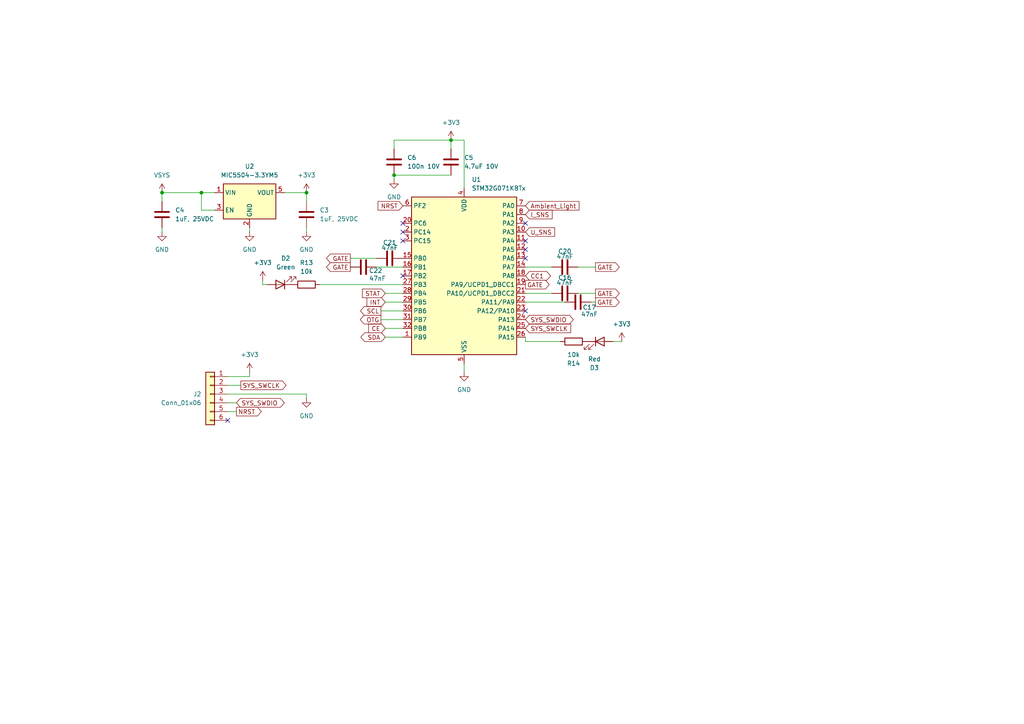
<source format=kicad_sch>
(kicad_sch (version 20231120) (generator "eeschema") (generator_version "8.0")
  (paper "A4")
  (lib_symbols
    (symbol "Connector_Generic:Conn_01x06" (pin_names (offset 1.016) hide)
      (property "Reference" "J" (at 0 7.62 0))
      (property "Value" "Conn_01x06" (at 0 -10.16 0))
      (symbol "Conn_01x06_1_1"
        (rectangle (start -1.27 -7.493) (end 0 -7.747) (stroke (width 0.1524)))
        (rectangle (start -1.27 -4.953) (end 0 -5.207) (stroke (width 0.1524)))
        (rectangle (start -1.27 -2.413) (end 0 -2.667) (stroke (width 0.1524)))
        (rectangle (start -1.27 0.127) (end 0 -0.127) (stroke (width 0.1524)))
        (rectangle (start -1.27 2.667) (end 0 2.413) (stroke (width 0.1524)))
        (rectangle (start -1.27 5.207) (end 0 4.953) (stroke (width 0.1524)))
        (rectangle (start -1.27 6.35) (end 1.27 -8.89) (stroke (width 0.254)) (fill (type background)))
        (pin passive line (at -5.08 5.08 0) (length 3.81) (name "Pin_1") (number "1"))
        (pin passive line (at -5.08 2.54 0) (length 3.81) (name "Pin_2") (number "2"))
        (pin passive line (at -5.08 0 0) (length 3.81) (name "Pin_3") (number "3"))
        (pin passive line (at -5.08 -2.54 0) (length 3.81) (name "Pin_4") (number "4"))
        (pin passive line (at -5.08 -5.08 0) (length 3.81) (name "Pin_5") (number "5"))
        (pin passive line (at -5.08 -7.62 0) (length 3.81) (name "Pin_6") (number "6"))
      )
    )
    (symbol "Device:C" (pin_numbers hide) (pin_names (offset 0.254))
      (property "Reference" "C" (at 0.635 2.54 0))
      (property "Value" "C" (at 0.635 -2.54 0))
      (symbol "C_0_1"
        (polyline (pts (xy -2.032 -0.762) (xy 2.032 -0.762)) (stroke (width 0.508)))
        (polyline (pts (xy -2.032 0.762) (xy 2.032 0.762)) (stroke (width 0.508)))
      )
      (symbol "C_1_1"
        (pin passive line (at 0 3.81 270) (length 2.794) (name "~") (number "1"))
        (pin passive line (at 0 -3.81 90) (length 2.794) (name "~") (number "2"))
      )
    )
    (symbol "Device:LED" (pin_numbers hide) (pin_names (offset 1.016) hide)
      (property "Reference" "D" (at 0 2.54 0))
      (property "Value" "LED" (at 0 -2.54 0))
      (symbol "LED_0_1"
        (polyline (pts (xy -1.27 -1.27) (xy -1.27 1.27)) (stroke (width 0.254)))
        (polyline (pts (xy -1.27 0) (xy 1.27 0)))
        (polyline (pts (xy 1.27 -1.27) (xy 1.27 1.27) (xy -1.27 0) (xy 1.27 -1.27)) (stroke (width 0.254)))
        (polyline (pts (xy -3.048 -0.762) (xy -4.572 -2.286) (xy -3.81 -2.286) (xy -4.572 -2.286) (xy -4.572 -1.524)))
        (polyline (pts (xy -1.778 -0.762) (xy -3.302 -2.286) (xy -2.54 -2.286) (xy -3.302 -2.286) (xy -3.302 -1.524)))
      )
      (symbol "LED_1_1"
        (pin passive line (at -3.81 0 0) (length 2.54) (name "K") (number "1"))
        (pin passive line (at 3.81 0 180) (length 2.54) (name "A") (number "2"))
      )
    )
    (symbol "Device:R" (pin_numbers hide) (pin_names (offset 0))
      (property "Reference" "R" (at 2.032 0 90))
      (property "Value" "R" (at 0 0 90))
      (symbol "R_0_1"
        (rectangle (start -1.016 -2.54) (end 1.016 2.54) (stroke (width 0.254)))
      )
      (symbol "R_1_1"
        (pin passive line (at 0 3.81 270) (length 1.27) (name "~") (number "1"))
        (pin passive line (at 0 -3.81 90) (length 1.27) (name "~") (number "2"))
      )
    )
    (symbol "MCU_ST_STM32G0:STM32G071KBTx"
      (property "Reference" "U" (at -15.24 24.13 0))
      (property "Value" "STM32G071KBTx" (at 2.54 24.13 0))
      (symbol "STM32G071KBTx_0_1"
        (rectangle (start -15.24 -22.86) (end 15.24 22.86) (stroke (width 0.254)) (fill (type background)))
      )
      (symbol "STM32G071KBTx_1_1"
        (pin bidirectional line (at -17.78 -17.78 0) (length 2.54) (name "PB9") (number "1"))
        (pin bidirectional line (at 17.78 12.7 180) (length 2.54) (name "PA3") (number "10"))
        (pin bidirectional line (at 17.78 10.16 180) (length 2.54) (name "PA4") (number "11"))
        (pin bidirectional line (at 17.78 7.62 180) (length 2.54) (name "PA5") (number "12"))
        (pin bidirectional line (at 17.78 5.08 180) (length 2.54) (name "PA6") (number "13"))
        (pin bidirectional line (at 17.78 2.54 180) (length 2.54) (name "PA7") (number "14"))
        (pin bidirectional line (at -17.78 5.08 0) (length 2.54) (name "PB0") (number "15"))
        (pin bidirectional line (at -17.78 2.54 0) (length 2.54) (name "PB1") (number "16"))
        (pin bidirectional line (at -17.78 0 0) (length 2.54) (name "PB2") (number "17"))
        (pin bidirectional line (at 17.78 0 180) (length 2.54) (name "PA8") (number "18"))
        (pin bidirectional line (at 17.78 -2.54 180) (length 2.54) (name "PA9/UCPD1_DBCC1") (number "19"))
        (pin bidirectional line (at -17.78 12.7 0) (length 2.54) (name "PC14") (number "2"))
        (pin bidirectional line (at -17.78 15.24 0) (length 2.54) (name "PC6") (number "20"))
        (pin bidirectional line (at 17.78 -5.08 180) (length 2.54) (name "PA10/UCPD1_DBCC2") (number "21"))
        (pin bidirectional line (at 17.78 -7.62 180) (length 2.54) (name "PA11/PA9") (number "22"))
        (pin bidirectional line (at 17.78 -10.16 180) (length 2.54) (name "PA12/PA10") (number "23"))
        (pin bidirectional line (at 17.78 -12.7 180) (length 2.54) (name "PA13") (number "24"))
        (pin bidirectional line (at 17.78 -15.24 180) (length 2.54) (name "PA14") (number "25"))
        (pin bidirectional line (at 17.78 -17.78 180) (length 2.54) (name "PA15") (number "26"))
        (pin bidirectional line (at -17.78 -2.54 0) (length 2.54) (name "PB3") (number "27"))
        (pin bidirectional line (at -17.78 -5.08 0) (length 2.54) (name "PB4") (number "28"))
        (pin bidirectional line (at -17.78 -7.62 0) (length 2.54) (name "PB5") (number "29"))
        (pin bidirectional line (at -17.78 10.16 0) (length 2.54) (name "PC15") (number "3"))
        (pin bidirectional line (at -17.78 -10.16 0) (length 2.54) (name "PB6") (number "30"))
        (pin bidirectional line (at -17.78 -12.7 0) (length 2.54) (name "PB7") (number "31"))
        (pin bidirectional line (at -17.78 -15.24 0) (length 2.54) (name "PB8") (number "32"))
        (pin power_in line (at 0 25.4 270) (length 2.54) (name "VDD") (number "4"))
        (pin power_in line (at 0 -25.4 90) (length 2.54) (name "VSS") (number "5"))
        (pin bidirectional line (at -17.78 20.32 0) (length 2.54) (name "PF2") (number "6"))
        (pin bidirectional line (at 17.78 20.32 180) (length 2.54) (name "PA0") (number "7"))
        (pin bidirectional line (at 17.78 17.78 180) (length 2.54) (name "PA1") (number "8"))
        (pin bidirectional line (at 17.78 15.24 180) (length 2.54) (name "PA2") (number "9"))
      )
    )
    (symbol "Regulator_Linear:MIC5504-3.3YM5"
      (property "Reference" "U" (at -7.62 8.89 0))
      (property "Value" "MIC5504-3.3YM5" (at -7.62 6.35 0))
      (symbol "MIC5504-3.3YM5_0_1"
        (rectangle (start -7.62 -5.08) (end 7.62 5.08) (stroke (width 0.254)) (fill (type background)))
      )
      (symbol "MIC5504-3.3YM5_1_1"
        (pin power_in line (at -10.16 2.54 0) (length 2.54) (name "VIN") (number "1"))
        (pin power_in line (at 0 -7.62 90) (length 2.54) (name "GND") (number "2"))
        (pin input line (at -10.16 -2.54 0) (length 2.54) (name "EN") (number "3"))
        (pin no_connect line (at 7.62 -2.54 180) (length 2.54) hide (name "NC") (number "4"))
        (pin power_out line (at 10.16 2.54 180) (length 2.54) (name "VOUT") (number "5"))
      )
    )
    (symbol "power:+3V3" (power) (pin_numbers hide) (pin_names (offset 0) hide)
      (property "Value" "+3V3" (at 0 3.556 0))
      (symbol "+3V3_0_1"
        (polyline (pts (xy -0.762 1.27) (xy 0 2.54)))
        (polyline (pts (xy 0 0) (xy 0 2.54)))
        (polyline (pts (xy 0 2.54) (xy 0.762 1.27)))
      )
      (symbol "+3V3_1_1"
        (pin power_in line (at 0 0 90) (length 0) (name "~") (number "1"))
      )
    )
    (symbol "power:+BATT" (power) (pin_numbers hide) (pin_names (offset 0) hide)
      (property "Value" "+BATT" (at 0 3.556 0))
      (symbol "+BATT_0_1"
        (polyline (pts (xy -0.762 1.27) (xy 0 2.54)))
        (polyline (pts (xy 0 0) (xy 0 2.54)))
        (polyline (pts (xy 0 2.54) (xy 0.762 1.27)))
      )
      (symbol "+BATT_1_1"
        (pin power_in line (at 0 0 90) (length 0) (name "~") (number "1"))
      )
    )
    (symbol "power:GND" (power) (pin_numbers hide) (pin_names (offset 0) hide)
      (property "Value" "GND" (at 0 -3.81 0))
      (symbol "GND_0_1"
        (polyline (pts (xy 0 0) (xy 0 -1.27) (xy 1.27 -1.27) (xy 0 -2.54) (xy -1.27 -1.27) (xy 0 -1.27)))
      )
      (symbol "GND_1_1"
        (pin power_in line (at 0 0 270) (length 0) (name "~") (number "1"))
      )
    )
  )
  (junction (at 58.42 55.88))
  (junction (at 130.81 40.64))
  (junction (at 114.3 50.8))
  (junction (at 46.99 55.88))
  (junction (at 88.9 55.88))
  (no_connect (at 152.4 90.17))
  (no_connect (at 152.4 74.93))
  (no_connect (at 66.04 121.92))
  (no_connect (at 116.84 67.31))
  (no_connect (at 152.4 72.39))
  (no_connect (at 116.84 80.01))
  (no_connect (at 116.84 69.85))
  (no_connect (at 152.4 64.77))
  (no_connect (at 152.4 69.85))
  (no_connect (at 116.84 64.77))
  (wire (pts (xy 152.4 77.47) (xy 160.02 77.47)))
  (wire (pts (xy 114.3 50.8) (xy 114.3 52.07)))
  (wire (pts (xy 76.2 82.55) (xy 77.47 82.55)))
  (wire (pts (xy 72.39 107.95) (xy 72.39 109.22)))
  (wire (pts (xy 134.62 54.61) (xy 134.62 40.64)))
  (wire (pts (xy 114.3 50.8) (xy 130.81 50.8)))
  (wire (pts (xy 134.62 105.41) (xy 134.62 107.95)))
  (wire (pts (xy 46.99 66.04) (xy 46.99 67.31)))
  (wire (pts (xy 58.42 55.88) (xy 62.23 55.88)))
  (wire (pts (xy 109.22 77.47) (xy 116.84 77.47)))
  (wire (pts (xy 46.99 58.42) (xy 46.99 55.88)))
  (wire (pts (xy 88.9 55.88) (xy 82.55 55.88)))
  (wire (pts (xy 111.76 97.79) (xy 116.84 97.79)))
  (wire (pts (xy 130.81 40.64) (xy 130.81 43.18)))
  (wire (pts (xy 58.42 60.96) (xy 62.23 60.96)))
  (wire (pts (xy 114.3 40.64) (xy 130.81 40.64)))
  (wire (pts (xy 111.76 85.09) (xy 116.84 85.09)))
  (wire (pts (xy 110.49 92.71) (xy 116.84 92.71)))
  (wire (pts (xy 88.9 58.42) (xy 88.9 55.88)))
  (wire (pts (xy 152.4 87.63) (xy 163.83 87.63)))
  (wire (pts (xy 72.39 66.04) (xy 72.39 67.31)))
  (wire (pts (xy 66.04 111.76) (xy 69.85 111.76)))
  (wire (pts (xy 76.2 81.28) (xy 76.2 82.55)))
  (wire (pts (xy 134.62 40.64) (xy 130.81 40.64)))
  (wire (pts (xy 88.9 114.3) (xy 88.9 115.57)))
  (wire (pts (xy 58.42 55.88) (xy 58.42 60.96)))
  (wire (pts (xy 162.56 99.06) (xy 152.4 99.06)))
  (wire (pts (xy 46.99 55.88) (xy 58.42 55.88)))
  (wire (pts (xy 111.76 87.63) (xy 116.84 87.63)))
  (wire (pts (xy 177.8 99.06) (xy 180.34 99.06)))
  (wire (pts (xy 66.04 119.38) (xy 68.58 119.38)))
  (wire (pts (xy 152.4 85.09) (xy 160.02 85.09)))
  (wire (pts (xy 101.6 74.93) (xy 109.22 74.93)))
  (wire (pts (xy 152.4 99.06) (xy 152.4 97.79)))
  (wire (pts (xy 110.49 90.17) (xy 116.84 90.17)))
  (wire (pts (xy 167.64 85.09) (xy 172.72 85.09)))
  (wire (pts (xy 114.3 43.18) (xy 114.3 40.64)))
  (wire (pts (xy 167.64 77.47) (xy 172.72 77.47)))
  (wire (pts (xy 88.9 66.04) (xy 88.9 67.31)))
  (wire (pts (xy 92.71 82.55) (xy 116.84 82.55)))
  (wire (pts (xy 66.04 109.22) (xy 72.39 109.22)))
  (wire (pts (xy 66.04 116.84) (xy 68.58 116.84)))
  (wire (pts (xy 171.45 87.63) (xy 172.72 87.63)))
  (wire (pts (xy 66.04 114.3) (xy 88.9 114.3)))
  (wire (pts (xy 111.76 95.25) (xy 116.84 95.25)))
  (global_label "CE" (shape input) (at 111.76 95.25 180) (property "Intersheetrefs" "${INTERSHEET_REFS}" (effects (hide yes))))
  (global_label "GATE" (shape output) (at 101.6 74.93 180) (property "Intersheetrefs" "${INTERSHEET_REFS}" (effects (hide yes))))
  (global_label "SYS_SWDIO" (shape bidirectional) (at 152.4 92.71 0) (property "Intersheetrefs" "${INTERSHEET_REFS}" (effects (hide yes))))
  (global_label "SDA" (shape bidirectional) (at 111.76 97.79 180) (property "Intersheetrefs" "${INTERSHEET_REFS}" (effects (hide yes))))
  (global_label "STAT" (shape input) (at 111.76 85.09 180) (property "Intersheetrefs" "${INTERSHEET_REFS}" (effects (hide yes))))
  (global_label "INT" (shape input) (at 111.76 87.63 180) (property "Intersheetrefs" "${INTERSHEET_REFS}" (effects (hide yes))))
  (global_label "SYS_SWCLK" (shape input) (at 152.4 95.25 0) (property "Intersheetrefs" "${INTERSHEET_REFS}" (effects (hide yes))))
  (global_label "CC1" (shape bidirectional) (at 152.4 80.01 0) (property "Intersheetrefs" "${INTERSHEET_REFS}" (effects (hide yes))))
  (global_label "Ambient_Light" (shape input) (at 152.4 59.69 0) (property "Intersheetrefs" "${INTERSHEET_REFS}" (effects (hide yes))))
  (global_label "NRST" (shape output) (at 68.58 119.38 0) (property "Intersheetrefs" "${INTERSHEET_REFS}" (effects (hide yes))))
  (global_label "SCL" (shape output) (at 110.49 90.17 180) (property "Intersheetrefs" "${INTERSHEET_REFS}" (effects (hide yes))))
  (global_label "U_SNS" (shape input) (at 152.4 67.31 0) (property "Intersheetrefs" "${INTERSHEET_REFS}" (effects (hide yes))))
  (global_label "SYS_SWCLK" (shape output) (at 69.85 111.76 0) (property "Intersheetrefs" "${INTERSHEET_REFS}" (effects (hide yes))))
  (global_label "GATE" (shape output) (at 172.72 77.47 0) (property "Intersheetrefs" "${INTERSHEET_REFS}" (effects (hide yes))))
  (global_label "I_SNS" (shape input) (at 152.4 62.23 0) (property "Intersheetrefs" "${INTERSHEET_REFS}" (effects (hide yes))))
  (global_label "SYS_SWDIO" (shape bidirectional) (at 68.58 116.84 0) (property "Intersheetrefs" "${INTERSHEET_REFS}" (effects (hide yes))))
  (global_label "GATE" (shape output) (at 152.4 82.55 0) (property "Intersheetrefs" "${INTERSHEET_REFS}" (effects (hide yes))))
  (global_label "GATE" (shape output) (at 172.72 87.63 0) (property "Intersheetrefs" "${INTERSHEET_REFS}" (effects (hide yes))))
  (global_label "NRST" (shape input) (at 116.84 59.69 180) (property "Intersheetrefs" "${INTERSHEET_REFS}" (effects (hide yes))))
  (global_label "GATE" (shape output) (at 172.72 85.09 0) (property "Intersheetrefs" "${INTERSHEET_REFS}" (effects (hide yes))))
  (global_label "GATE" (shape output) (at 101.6 77.47 180) (property "Intersheetrefs" "${INTERSHEET_REFS}" (effects (hide yes))))
  (global_label "OTG" (shape output) (at 110.49 92.71 180) (property "Intersheetrefs" "${INTERSHEET_REFS}" (effects (hide yes))))
  (symbol (lib_id "Connector_Generic:Conn_01x06") (at 60.96 114.3 0) (mirror y) (unit 1)
    (property "Reference" "J2" (at 58.42 114.2999 0) (effects (justify left)))
    (property "Value" "Conn_01x06" (at 58.42 116.8399 0) (effects (justify left)))
    (property "Footprint" "Connector_PinHeader_2.54mm:PinHeader_1x06_P2.54mm_Vertical" (effects (hide yes)))
    (property "Description" "Generic connector, single row, 01x06, script generated (kicad-library-utils/schlib/autogen/connector/)" (effects (hide yes)))
  )
  (symbol (lib_id "MCU_ST_STM32G0:STM32G071KBTx") (at 134.62 80.01 0) (unit 1)
    (property "Reference" "U1" (at 136.8141 52.07 0) (effects (justify left)))
    (property "Value" "STM32G071KBTx" (at 136.8141 54.61 0) (effects (justify left)))
    (property "Footprint" "Package_QFP:LQFP-32_7x7mm_P0.8mm" (effects (hide yes)))
    (property "Datasheet" "https://www.st.com/resource/en/datasheet/stm32g071kb.pdf" (effects (hide yes)))
    (property "Description" "STMicroelectronics Arm Cortex-M0+ MCU, 128KB flash, 36KB RAM, 64 MHz, 1.7-3.6V, 30 GPIO, LQFP32" (effects (hide yes)))
  )
  (symbol (lib_id "power:GND") (at 134.62 107.95 0) (unit 1)
    (property "Reference" "#PWR025" (effects (hide yes)))
    (property "Value" "GND" (at 134.62 113.03 0))
    (property "Description" "Power symbol creates a global label with name \"GND\" , ground" (effects (hide yes)))
  )
  (symbol (lib_id "power:GND") (at 46.99 67.31 0) (unit 1)
    (property "Reference" "#PWR028" (effects (hide yes)))
    (property "Value" "GND" (at 46.99 72.39 0))
    (property "Description" "Power symbol creates a global label with name \"GND\" , ground" (effects (hide yes)))
  )
  (symbol (lib_id "Device:C") (at 105.41 77.47 90) (unit 1)
    (property "Reference" "C22" (at 108.966 78.486 90))
    (property "Value" "47nF" (at 109.474 80.772 90))
    (property "Footprint" "Capacitor_SMD:C_0603_1608Metric_Pad1.08x0.95mm_HandSolder" (effects (hide yes)))
    (property "Description" "Unpolarized capacitor" (effects (hide yes)))
  )
  (symbol (lib_id "power:GND") (at 114.3 52.07 0) (unit 1)
    (property "Reference" "#PWR026" (effects (hide yes)))
    (property "Value" "GND" (at 114.3 57.15 0))
    (property "Description" "Power symbol creates a global label with name \"GND\" , ground" (effects (hide yes)))
  )
  (symbol (lib_id "Device:C") (at 46.99 62.23 0) (unit 1)
    (property "Reference" "C4" (at 50.8 60.9599 0) (effects (justify left)))
    (property "Value" "1uF, 25VDC" (at 50.8 63.4999 0) (effects (justify left)))
    (property "Footprint" "Capacitor_SMD:C_0603_1608Metric_Pad1.08x0.95mm_HandSolder" (effects (hide yes)))
    (property "Description" "Unpolarized capacitor" (effects (hide yes)))
  )
  (symbol (lib_id "power:+3V3") (at 88.9 55.88 0) (unit 1)
    (property "Reference" "#PWR030" (effects (hide yes)))
    (property "Value" "+3V3" (at 88.9 50.8 0))
    (property "Description" "Power symbol creates a global label with name \"+3V3\"" (effects (hide yes)))
  )
  (symbol (lib_id "Device:R") (at 88.9 82.55 90) (unit 1)
    (property "Reference" "R13" (at 88.9 76.2 90))
    (property "Value" "10k" (at 88.9 78.74 90))
    (property "Footprint" "Resistor_SMD:R_0603_1608Metric_Pad0.98x0.95mm_HandSolder" (effects (hide yes)))
    (property "Description" "Resistor" (effects (hide yes)))
  )
  (symbol (lib_id "Device:LED") (at 173.99 99.06 0) (unit 1)
    (property "Reference" "D3" (at 172.4025 106.68 0))
    (property "Value" "Red" (at 172.4025 104.14 0))
    (property "Footprint" "LED_SMD:LED_0805_2012Metric_Pad1.15x1.40mm_HandSolder" (effects (hide yes)))
    (property "Datasheet" "https://www.we-online.com/components/products/datasheet/150080RS75000.pdf" (effects (hide yes)))
    (property "Description" "Light emitting diode" (effects (hide yes)))
    (property "MPN" "150080RS75000" (effects (hide yes)))
    (property "Manufacturer" "Wurth" (effects (hide yes)))
  )
  (symbol (lib_id "Device:C") (at 88.9 62.23 0) (unit 1)
    (property "Reference" "C3" (at 92.71 60.9599 0) (effects (justify left)))
    (property "Value" "1uF, 25VDC" (at 92.71 63.4999 0) (effects (justify left)))
    (property "Footprint" "Capacitor_SMD:C_0603_1608Metric_Pad1.08x0.95mm_HandSolder" (effects (hide yes)))
    (property "Description" "Unpolarized capacitor" (effects (hide yes)))
  )
  (symbol (lib_id "Device:C") (at 163.83 77.47 90) (unit 1)
    (property "Reference" "C20" (at 163.83 72.898 90))
    (property "Value" "47nF" (at 163.83 74.422 90))
    (property "Footprint" "Capacitor_SMD:C_0603_1608Metric_Pad1.08x0.95mm_HandSolder" (effects (hide yes)))
    (property "Description" "Unpolarized capacitor" (effects (hide yes)))
  )
  (symbol (lib_id "Device:C") (at 130.81 46.99 0) (unit 1)
    (property "Reference" "C5" (at 134.62 45.7199 0) (effects (justify left)))
    (property "Value" "4.7uF 10V" (at 134.62 48.2599 0) (effects (justify left)))
    (property "Footprint" "Capacitor_SMD:C_0603_1608Metric_Pad1.08x0.95mm_HandSolder" (effects (hide yes)))
    (property "Description" "Unpolarized capacitor" (effects (hide yes)))
  )
  (symbol (lib_id "Device:R") (at 166.37 99.06 270) (unit 1)
    (property "Reference" "R14" (at 166.37 105.41 90))
    (property "Value" "10k" (at 166.37 102.87 90))
    (property "Footprint" "Resistor_SMD:R_0603_1608Metric_Pad0.98x0.95mm_HandSolder" (effects (hide yes)))
    (property "Description" "Resistor" (effects (hide yes)))
  )
  (symbol (lib_id "Device:C") (at 113.03 74.93 90) (unit 1)
    (property "Reference" "C21" (at 113.03 70.358 90))
    (property "Value" "47nF" (at 113.03 71.882 90))
    (property "Footprint" "Capacitor_SMD:C_0603_1608Metric_Pad1.08x0.95mm_HandSolder" (effects (hide yes)))
    (property "Description" "Unpolarized capacitor" (effects (hide yes)))
  )
  (symbol (lib_id "power:GND") (at 72.39 67.31 0) (unit 1)
    (property "Reference" "#PWR027" (effects (hide yes)))
    (property "Value" "GND" (at 72.39 72.39 0))
    (property "Description" "Power symbol creates a global label with name \"GND\" , ground" (effects (hide yes)))
  )
  (symbol (lib_id "power:+BATT") (at 46.99 55.88 0) (unit 1)
    (property "Reference" "#PWR032" (effects (hide yes)))
    (property "Value" "VSYS" (at 46.99 50.8 0))
    (property "Description" "Power symbol creates a global label with name \"+BATT\"" (effects (hide yes)))
  )
  (symbol (lib_id "power:+3V3") (at 72.39 107.95 0) (unit 1)
    (property "Reference" "#PWR038" (effects (hide yes)))
    (property "Value" "+3V3" (at 72.39 102.87 0))
    (property "Description" "Power symbol creates a global label with name \"+3V3\"" (effects (hide yes)))
  )
  (symbol (lib_id "Device:C") (at 163.83 85.09 90) (unit 1)
    (property "Reference" "C16" (at 163.83 80.518 90))
    (property "Value" "47nF" (at 163.83 82.042 90))
    (property "Footprint" "Capacitor_SMD:C_0603_1608Metric_Pad1.08x0.95mm_HandSolder" (effects (hide yes)))
    (property "Description" "Unpolarized capacitor" (effects (hide yes)))
  )
  (symbol (lib_id "power:+3V3") (at 130.81 40.64 0) (unit 1)
    (property "Reference" "#PWR042" (effects (hide yes)))
    (property "Value" "+3V3" (at 130.81 35.56 0))
    (property "Description" "Power symbol creates a global label with name \"+3V3\"" (effects (hide yes)))
  )
  (symbol (lib_id "power:+3V3") (at 76.2 81.28 0) (unit 1)
    (property "Reference" "#PWR036" (effects (hide yes)))
    (property "Value" "+3V3" (at 76.2 76.2 0))
    (property "Description" "Power symbol creates a global label with name \"+3V3\"" (effects (hide yes)))
  )
  (symbol (lib_id "Device:LED") (at 81.28 82.55 180) (unit 1)
    (property "Reference" "D2" (at 82.8675 74.93 0))
    (property "Value" "Green" (at 82.8675 77.47 0))
    (property "Footprint" "LED_SMD:LED_0805_2012Metric" (effects (hide yes)))
    (property "Datasheet" "https://www.we-online.com/components/products/datasheet/150080GS75000.pdf" (effects (hide yes)))
    (property "Description" "Light emitting diode" (effects (hide yes)))
    (property "MPN" "150080GS75000" (effects (hide yes)))
    (property "Manufacturer" "Wurth" (effects (hide yes)))
  )
  (symbol (lib_id "power:GND") (at 88.9 115.57 0) (unit 1)
    (property "Reference" "#PWR039" (effects (hide yes)))
    (property "Value" "GND" (at 88.9 120.65 0))
    (property "Description" "Power symbol creates a global label with name \"GND\" , ground" (effects (hide yes)))
  )
  (symbol (lib_id "Device:C") (at 167.64 87.63 90) (unit 1)
    (property "Reference" "C17" (at 170.942 89.154 90))
    (property "Value" "47nF" (at 170.942 91.186 90))
    (property "Footprint" "Capacitor_SMD:C_0603_1608Metric_Pad1.08x0.95mm_HandSolder" (effects (hide yes)))
    (property "Description" "Unpolarized capacitor" (effects (hide yes)))
  )
  (symbol (lib_id "power:+3V3") (at 180.34 99.06 0) (unit 1)
    (property "Reference" "#PWR037" (effects (hide yes)))
    (property "Value" "+3V3" (at 180.34 93.98 0))
    (property "Description" "Power symbol creates a global label with name \"+3V3\"" (effects (hide yes)))
  )
  (symbol (lib_id "Regulator_Linear:MIC5504-3.3YM5") (at 72.39 58.42 0) (unit 1)
    (property "Reference" "U2" (at 72.39 48.26 0))
    (property "Value" "MIC5504-3.3YM5" (at 72.39 50.8 0))
    (property "Footprint" "Package_TO_SOT_SMD:SOT-23-5" (effects (hide yes)))
    (property "Datasheet" "http://ww1.microchip.com/downloads/en/DeviceDoc/MIC550X.pdf" (effects (hide yes)))
    (property "Description" "300mA Low-dropout Voltage Regulator, Vout 3.3V, Vin up to 5.5V, SOT-23" (effects (hide yes)))
  )
  (symbol (lib_id "Device:C") (at 114.3 46.99 0) (unit 1)
    (property "Reference" "C6" (at 118.11 45.7199 0) (effects (justify left)))
    (property "Value" "100n 10V" (at 118.11 48.2599 0) (effects (justify left)))
    (property "Footprint" "Capacitor_SMD:C_0603_1608Metric_Pad1.08x0.95mm_HandSolder" (effects (hide yes)))
    (property "Description" "Unpolarized capacitor" (effects (hide yes)))
  )
  (symbol (lib_id "power:GND") (at 88.9 67.31 0) (unit 1)
    (property "Reference" "#PWR029" (effects (hide yes)))
    (property "Value" "GND" (at 88.9 72.39 0))
    (property "Description" "Power symbol creates a global label with name \"GND\" , ground" (effects (hide yes)))
  )
)
</source>
